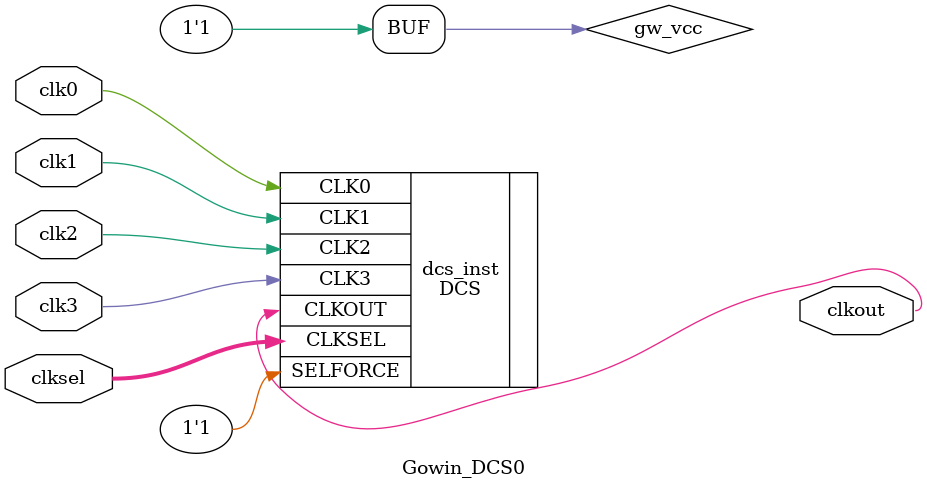
<source format=v>

module Gowin_DCS0 (clkout, clksel, clk0, clk1, clk2, clk3);

output clkout;
input [3:0] clksel;
input clk0;
input clk1;
input clk2;
input clk3;

wire gw_vcc;

assign gw_vcc = 1'b1;

DCS dcs_inst (
    .CLKOUT(clkout),
    .CLKSEL(clksel),
    .CLK0(clk0),
    .CLK1(clk1),
    .CLK2(clk2),
    .CLK3(clk3),
    .SELFORCE(gw_vcc)
);

defparam dcs_inst.DCS_MODE = "RISING";

endmodule //Gowin_DCS0

</source>
